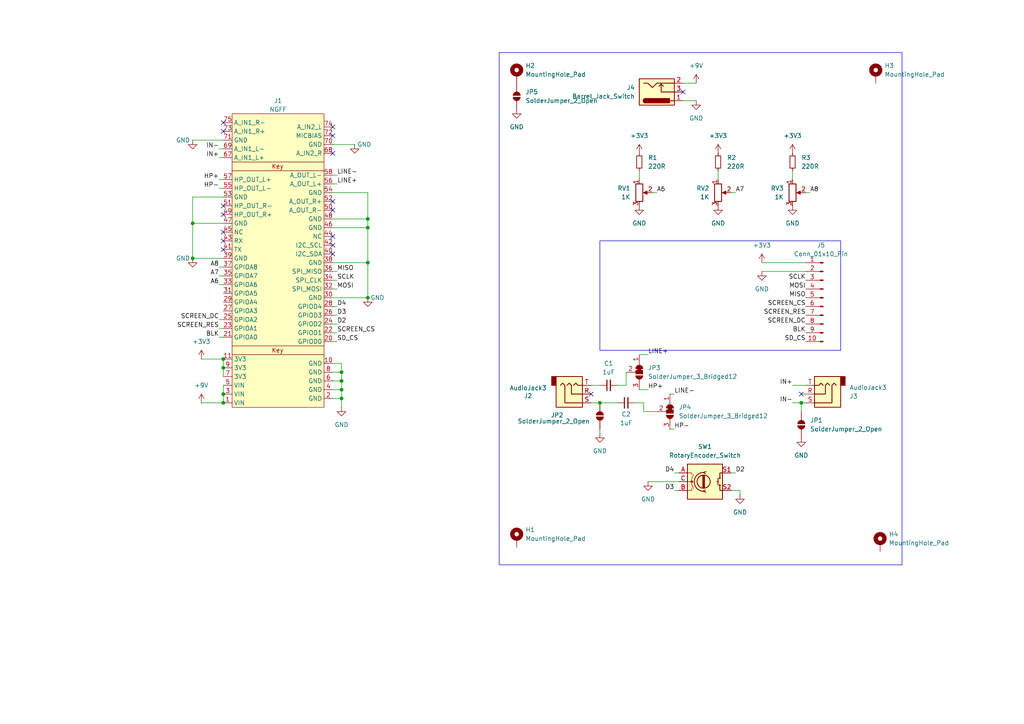
<source format=kicad_sch>
(kicad_sch (version 20231120) (generator "eeschema") (generator_version "8.0")
  (paper "A4")
  (lib_symbols
    (symbol "Connector:Barrel_Jack_Switch" (pin_names hide)
      (property "Reference" "J" (at 0 5.334 0))
      (property "Value" "Barrel_Jack_Switch" (at 0 -5.08 0))
      (symbol "Barrel_Jack_Switch_0_1"
        (rectangle (start -5.08 3.81) (end 5.08 -3.81) (stroke (width 0.254)) (fill (type background)))
        (arc (start -3.302 3.175) (mid -3.9343 2.54) (end -3.302 1.905) (stroke (width 0.254)))
        (arc (start -3.302 3.175) (mid -3.9343 2.54) (end -3.302 1.905) (stroke (width 0.254)) (fill (type outline)))
        (polyline (pts (xy 1.27 -2.286) (xy 1.905 -1.651)) (stroke (width 0.254)))
        (polyline (pts (xy 5.08 2.54) (xy 3.81 2.54)) (stroke (width 0.254)))
        (polyline (pts (xy 5.08 0) (xy 1.27 0) (xy 1.27 -2.286) (xy 0.635 -1.651)) (stroke (width 0.254)))
        (polyline (pts (xy -3.81 -2.54) (xy -2.54 -2.54) (xy -1.27 -1.27) (xy 0 -2.54) (xy 2.54 -2.54) (xy 5.08 -2.54)) (stroke (width 0.254)))
        (rectangle (start 3.683 3.175) (end -3.302 1.905) (stroke (width 0.254)) (fill (type outline)))
      )
      (symbol "Barrel_Jack_Switch_1_1"
        (pin passive line (at 7.62 2.54 180) (length 2.54) (name "~") (number "1"))
        (pin passive line (at 7.62 -2.54 180) (length 2.54) (name "~") (number "2"))
        (pin passive line (at 7.62 0 180) (length 2.54) (name "~") (number "3"))
      )
    )
    (symbol "Connector:Conn_01x10_Pin" (pin_names (offset 1.016) hide)
      (property "Reference" "J" (at 0 12.7 0))
      (property "Value" "Conn_01x10_Pin" (at 0 -15.24 0))
      (symbol "Conn_01x10_Pin_1_1"
        (polyline (pts (xy 1.27 -12.7) (xy 0.8636 -12.7)) (stroke (width 0.1524)))
        (polyline (pts (xy 1.27 -10.16) (xy 0.8636 -10.16)) (stroke (width 0.1524)))
        (polyline (pts (xy 1.27 -7.62) (xy 0.8636 -7.62)) (stroke (width 0.1524)))
        (polyline (pts (xy 1.27 -5.08) (xy 0.8636 -5.08)) (stroke (width 0.1524)))
        (polyline (pts (xy 1.27 -2.54) (xy 0.8636 -2.54)) (stroke (width 0.1524)))
        (polyline (pts (xy 1.27 0) (xy 0.8636 0)) (stroke (width 0.1524)))
        (polyline (pts (xy 1.27 2.54) (xy 0.8636 2.54)) (stroke (width 0.1524)))
        (polyline (pts (xy 1.27 5.08) (xy 0.8636 5.08)) (stroke (width 0.1524)))
        (polyline (pts (xy 1.27 7.62) (xy 0.8636 7.62)) (stroke (width 0.1524)))
        (polyline (pts (xy 1.27 10.16) (xy 0.8636 10.16)) (stroke (width 0.1524)))
        (rectangle (start 0.8636 -12.573) (end 0 -12.827) (stroke (width 0.1524)) (fill (type outline)))
        (rectangle (start 0.8636 -10.033) (end 0 -10.287) (stroke (width 0.1524)) (fill (type outline)))
        (rectangle (start 0.8636 -7.493) (end 0 -7.747) (stroke (width 0.1524)) (fill (type outline)))
        (rectangle (start 0.8636 -4.953) (end 0 -5.207) (stroke (width 0.1524)) (fill (type outline)))
        (rectangle (start 0.8636 -2.413) (end 0 -2.667) (stroke (width 0.1524)) (fill (type outline)))
        (rectangle (start 0.8636 0.127) (end 0 -0.127) (stroke (width 0.1524)) (fill (type outline)))
        (rectangle (start 0.8636 2.667) (end 0 2.413) (stroke (width 0.1524)) (fill (type outline)))
        (rectangle (start 0.8636 5.207) (end 0 4.953) (stroke (width 0.1524)) (fill (type outline)))
        (rectangle (start 0.8636 7.747) (end 0 7.493) (stroke (width 0.1524)) (fill (type outline)))
        (rectangle (start 0.8636 10.287) (end 0 10.033) (stroke (width 0.1524)) (fill (type outline)))
        (pin passive line (at 5.08 10.16 180) (length 3.81) (name "Pin_1") (number "1"))
        (pin passive line (at 5.08 -12.7 180) (length 3.81) (name "Pin_10") (number "10"))
        (pin passive line (at 5.08 7.62 180) (length 3.81) (name "Pin_2") (number "2"))
        (pin passive line (at 5.08 5.08 180) (length 3.81) (name "Pin_3") (number "3"))
        (pin passive line (at 5.08 2.54 180) (length 3.81) (name "Pin_4") (number "4"))
        (pin passive line (at 5.08 0 180) (length 3.81) (name "Pin_5") (number "5"))
        (pin passive line (at 5.08 -2.54 180) (length 3.81) (name "Pin_6") (number "6"))
        (pin passive line (at 5.08 -5.08 180) (length 3.81) (name "Pin_7") (number "7"))
        (pin passive line (at 5.08 -7.62 180) (length 3.81) (name "Pin_8") (number "8"))
        (pin passive line (at 5.08 -10.16 180) (length 3.81) (name "Pin_9") (number "9"))
      )
    )
    (symbol "Connector_Audio:AudioJack3"
      (property "Reference" "J" (at 0 8.89 0))
      (property "Value" "AudioJack3" (at 0 6.35 0))
      (symbol "AudioJack3_0_1"
        (rectangle (start -5.08 -5.08) (end -6.35 -2.54) (stroke (width 0.254)) (fill (type outline)))
        (polyline (pts (xy 0 -2.54) (xy 0.635 -3.175) (xy 1.27 -2.54) (xy 2.54 -2.54)) (stroke (width 0.254)))
        (polyline (pts (xy -1.905 -2.54) (xy -1.27 -3.175) (xy -0.635 -2.54) (xy -0.635 0) (xy 2.54 0)) (stroke (width 0.254)))
        (polyline (pts (xy 2.54 2.54) (xy -2.54 2.54) (xy -2.54 -2.54) (xy -3.175 -3.175) (xy -3.81 -2.54)) (stroke (width 0.254)))
        (rectangle (start 2.54 3.81) (end -5.08 -5.08) (stroke (width 0.254)) (fill (type background)))
      )
      (symbol "AudioJack3_1_1"
        (pin passive line (at 5.08 0 180) (length 2.54) (name "~") (number "R"))
        (pin passive line (at 5.08 2.54 180) (length 2.54) (name "~") (number "S"))
        (pin passive line (at 5.08 -2.54 180) (length 2.54) (name "~") (number "T"))
      )
    )
    (symbol "Device:C_Small" (pin_numbers hide) (pin_names (offset 0.254) hide)
      (property "Reference" "C" (at 0.254 1.778 0))
      (property "Value" "C_Small" (at 0.254 -2.032 0))
      (symbol "C_Small_0_1"
        (polyline (pts (xy -1.524 -0.508) (xy 1.524 -0.508)) (stroke (width 0.3302)))
        (polyline (pts (xy -1.524 0.508) (xy 1.524 0.508)) (stroke (width 0.3048)))
      )
      (symbol "C_Small_1_1"
        (pin passive line (at 0 2.54 270) (length 2.032) (name "~") (number "1"))
        (pin passive line (at 0 -2.54 90) (length 2.032) (name "~") (number "2"))
      )
    )
    (symbol "Device:R_Potentiometer" (pin_names (offset 1.016) hide)
      (property "Reference" "RV" (at -4.445 0 90))
      (property "Value" "R_Potentiometer" (at -2.54 0 90))
      (symbol "R_Potentiometer_0_1"
        (polyline (pts (xy 2.54 0) (xy 1.524 0)))
        (polyline (pts (xy 1.143 0) (xy 2.286 0.508) (xy 2.286 -0.508) (xy 1.143 0)) (fill (type outline)))
        (rectangle (start 1.016 2.54) (end -1.016 -2.54) (stroke (width 0.254)))
      )
      (symbol "R_Potentiometer_1_1"
        (pin passive line (at 0 3.81 270) (length 1.27) (name "1") (number "1"))
        (pin passive line (at 3.81 0 180) (length 1.27) (name "2") (number "2"))
        (pin passive line (at 0 -3.81 90) (length 1.27) (name "3") (number "3"))
      )
    )
    (symbol "Device:R_Small" (pin_numbers hide) (pin_names (offset 0.254) hide)
      (property "Reference" "R" (at 0.762 0.508 0))
      (property "Value" "R_Small" (at 0.762 -1.016 0))
      (symbol "R_Small_0_1"
        (rectangle (start -0.762 1.778) (end 0.762 -1.778) (stroke (width 0.2032)))
      )
      (symbol "R_Small_1_1"
        (pin passive line (at 0 2.54 270) (length 0.762) (name "~") (number "1"))
        (pin passive line (at 0 -2.54 90) (length 0.762) (name "~") (number "2"))
      )
    )
    (symbol "Device:RotaryEncoder_Switch" (pin_names (offset 0.254) hide)
      (property "Reference" "SW" (at 0 6.604 0))
      (property "Value" "RotaryEncoder_Switch" (at 0 -6.604 0))
      (symbol "RotaryEncoder_Switch_0_1"
        (rectangle (start -5.08 5.08) (end 5.08 -5.08) (stroke (width 0.254)) (fill (type background)))
        (circle (center -3.81 0) (radius 0.254) (fill (type outline)))
        (circle (center -0.381 0) (radius 1.905) (stroke (width 0.254)))
        (arc (start -0.381 2.667) (mid -3.0988 -0.0635) (end -0.381 -2.794) (stroke (width 0.254)))
        (polyline (pts (xy -0.635 -1.778) (xy -0.635 1.778)) (stroke (width 0.254)))
        (polyline (pts (xy -0.381 -1.778) (xy -0.381 1.778)) (stroke (width 0.254)))
        (polyline (pts (xy -0.127 1.778) (xy -0.127 -1.778)) (stroke (width 0.254)))
        (polyline (pts (xy 3.81 0) (xy 3.429 0)) (stroke (width 0.254)))
        (polyline (pts (xy 3.81 1.016) (xy 3.81 -1.016)) (stroke (width 0.254)))
        (polyline (pts (xy -5.08 -2.54) (xy -3.81 -2.54) (xy -3.81 -2.032)))
        (polyline (pts (xy -5.08 2.54) (xy -3.81 2.54) (xy -3.81 2.032)))
        (polyline (pts (xy 0.254 -3.048) (xy -0.508 -2.794) (xy 0.127 -2.413)) (stroke (width 0.254)))
        (polyline (pts (xy 0.254 2.921) (xy -0.508 2.667) (xy 0.127 2.286)) (stroke (width 0.254)))
        (polyline (pts (xy 5.08 -2.54) (xy 4.318 -2.54) (xy 4.318 -1.016)) (stroke (width 0.254)))
        (polyline (pts (xy 5.08 2.54) (xy 4.318 2.54) (xy 4.318 1.016)) (stroke (width 0.254)))
        (polyline (pts (xy -5.08 0) (xy -3.81 0) (xy -3.81 -1.016) (xy -3.302 -2.032)))
        (polyline (pts (xy -4.318 0) (xy -3.81 0) (xy -3.81 1.016) (xy -3.302 2.032)))
        (circle (center 4.318 -1.016) (radius 0.127) (stroke (width 0.254)))
        (circle (center 4.318 1.016) (radius 0.127) (stroke (width 0.254)))
      )
      (symbol "RotaryEncoder_Switch_1_1"
        (pin passive line (at -7.62 2.54 0) (length 2.54) (name "A") (number "A"))
        (pin passive line (at -7.62 -2.54 0) (length 2.54) (name "B") (number "B"))
        (pin passive line (at -7.62 0 0) (length 2.54) (name "C") (number "C"))
        (pin passive line (at 7.62 2.54 180) (length 2.54) (name "S1") (number "S1"))
        (pin passive line (at 7.62 -2.54 180) (length 2.54) (name "S2") (number "S2"))
      )
    )
    (symbol "HypersonicLib:NGFF"
      (property "Reference" "J" (at -0.254 46.228 0))
      (symbol "NGFF_1_1"
        (rectangle (start -13.97 41.91) (end 12.7 -43.18) (fill (type background)))
        (polyline (pts (xy -13.97 -27.94) (xy 12.7 -27.94)))
        (polyline (pts (xy -13.97 -25.4) (xy 12.7 -25.4)))
        (polyline (pts (xy -13.97 27.94) (xy 12.7 27.94)))
        (polyline (pts (xy 12.7 25.4) (xy -6.35 25.4) (xy -13.97 25.4)))
        (text "Key" (at -0.762 -26.67 0) (effects (font (size 1.27 1.27))))
        (text "Key" (at -0.762 26.67 0) (effects (font (size 1.27 1.27))))
        (pin bidirectional line (at -16.51 -41.91 0) (length 2.54) (name "VIN") (number "1"))
        (pin bidirectional line (at 15.24 -30.48 180) (length 2.54) (name "GND") (number "10"))
        (pin bidirectional line (at -16.51 -29.21 0) (length 2.54) (name "3V3") (number "11"))
        (pin bidirectional line (at 15.24 -40.64 180) (length 2.54) (name "GND") (number "2"))
        (pin bidirectional line (at 15.24 -24.13 180) (length 2.54) (name "GPIOD0") (number "20"))
        (pin bidirectional line (at -16.51 -22.86 0) (length 2.54) (name "GPIOA0") (number "21"))
        (pin bidirectional line (at 15.24 -21.59 180) (length 2.54) (name "GPIOD1") (number "22"))
        (pin bidirectional line (at -16.51 -20.32 0) (length 2.54) (name "GPIOA1") (number "23"))
        (pin bidirectional line (at 15.24 -19.05 180) (length 2.54) (name "GPIOD2") (number "24"))
        (pin bidirectional line (at -16.51 -17.78 0) (length 2.54) (name "GPIOA2") (number "25"))
        (pin bidirectional line (at 15.24 -16.51 180) (length 2.54) (name "GPIOD3") (number "26"))
        (pin bidirectional line (at -16.51 -15.24 0) (length 2.54) (name "GPIOA3") (number "27"))
        (pin bidirectional line (at 15.24 -13.97 180) (length 2.54) (name "GPIOD4") (number "28"))
        (pin bidirectional line (at -16.51 -12.7 0) (length 2.54) (name "GPIOA4") (number "29"))
        (pin bidirectional line (at -16.51 -39.37 0) (length 2.54) (name "VIN") (number "3"))
        (pin bidirectional line (at 15.24 -11.43 180) (length 2.54) (name "GND") (number "30"))
        (pin bidirectional line (at -16.51 -10.16 0) (length 2.54) (name "GPIOA5") (number "31"))
        (pin bidirectional line (at 15.24 -8.89 180) (length 2.54) (name "SPI_MOSI") (number "32"))
        (pin bidirectional line (at -16.51 -7.62 0) (length 2.54) (name "GPIOA6") (number "33"))
        (pin bidirectional line (at 15.24 -6.35 180) (length 2.54) (name "SPI_CLK") (number "34"))
        (pin bidirectional line (at -16.51 -5.08 0) (length 2.54) (name "GPIOA7") (number "35"))
        (pin bidirectional line (at 15.24 -3.81 180) (length 2.54) (name "SPI_MISO") (number "36"))
        (pin bidirectional line (at -16.51 -2.54 0) (length 2.54) (name "GPIOA8") (number "37"))
        (pin bidirectional line (at 15.24 -1.27 180) (length 2.54) (name "GND") (number "38"))
        (pin bidirectional line (at -16.51 0 0) (length 2.54) (name "GND") (number "39"))
        (pin bidirectional line (at 15.24 -38.1 180) (length 2.54) (name "GND") (number "4"))
        (pin bidirectional line (at 15.24 1.27 180) (length 2.54) (name "I2C_SDA") (number "40"))
        (pin bidirectional line (at -16.51 2.54 0) (length 2.54) (name "TX") (number "41"))
        (pin bidirectional line (at 15.24 3.81 180) (length 2.54) (name "I2C_SCL") (number "42"))
        (pin bidirectional line (at -16.51 5.08 0) (length 2.54) (name "RX") (number "43"))
        (pin bidirectional line (at 15.24 6.35 180) (length 2.54) (name "NC") (number "44"))
        (pin bidirectional line (at -16.51 7.62 0) (length 2.54) (name "NC") (number "45"))
        (pin bidirectional line (at 15.24 8.89 180) (length 2.54) (name "GND") (number "46"))
        (pin bidirectional line (at -16.51 10.16 0) (length 2.54) (name "GND") (number "47"))
        (pin bidirectional line (at 15.24 11.43 180) (length 2.54) (name "GND") (number "48"))
        (pin bidirectional line (at -16.51 12.7 0) (length 2.54) (name "HP_OUT_R+") (number "49"))
        (pin bidirectional line (at -16.51 -36.83 0) (length 2.54) (name "VIN") (number "5"))
        (pin bidirectional line (at 15.24 13.97 180) (length 2.54) (name "A_OUT_R-") (number "50"))
        (pin bidirectional line (at -16.51 15.24 0) (length 2.54) (name "HP_OUT_R-") (number "51"))
        (pin bidirectional line (at 15.24 16.51 180) (length 2.54) (name "A_OUT_R+") (number "52"))
        (pin bidirectional line (at -16.51 17.78 0) (length 2.54) (name "GND") (number "53"))
        (pin bidirectional line (at 15.24 19.05 180) (length 2.54) (name "GND") (number "54"))
        (pin bidirectional line (at -16.51 20.32 0) (length 2.54) (name "HP_OUT_L-") (number "55"))
        (pin bidirectional line (at 15.24 21.59 180) (length 2.54) (name "A_OUT_L+") (number "56"))
        (pin bidirectional line (at -16.51 22.86 0) (length 2.54) (name "HP_OUT_L+") (number "57"))
        (pin bidirectional line (at 15.24 24.13 180) (length 2.54) (name "A_OUT_L-") (number "58"))
        (pin bidirectional line (at 15.24 -35.56 180) (length 2.54) (name "GND") (number "6"))
        (pin bidirectional line (at -16.51 29.21 0) (length 2.54) (name "A_IN1_L+") (number "67"))
        (pin bidirectional line (at 15.24 30.48 180) (length 2.54) (name "A_IN2_R") (number "68"))
        (pin bidirectional line (at -16.51 31.75 0) (length 2.54) (name "A_IN1_L-") (number "69"))
        (pin bidirectional line (at -16.51 -34.29 0) (length 2.54) (name "3V3") (number "7"))
        (pin bidirectional line (at 15.24 33.02 180) (length 2.54) (name "GND") (number "70"))
        (pin bidirectional line (at -16.51 34.29 0) (length 2.54) (name "GND") (number "71"))
        (pin bidirectional line (at 15.24 35.56 180) (length 2.54) (name "MICBIAS") (number "72"))
        (pin bidirectional line (at -16.51 36.83 0) (length 2.54) (name "A_IN1_R+") (number "73"))
        (pin bidirectional line (at 15.24 38.1 180) (length 2.54) (name "A_IN2_L") (number "74"))
        (pin bidirectional line (at -16.51 39.37 0) (length 2.54) (name "A_IN1_R-") (number "75"))
        (pin bidirectional line (at 15.24 -33.02 180) (length 2.54) (name "GND") (number "8"))
        (pin bidirectional line (at -16.51 -31.75 0) (length 2.54) (name "3V3") (number "9"))
      )
    )
    (symbol "Jumper:SolderJumper_2_Open" (pin_numbers hide) (pin_names (offset 0) hide) (exclude_from_sim yes) (in_bom no)
      (property "Reference" "JP" (at 0 2.032 0))
      (property "Value" "SolderJumper_2_Open" (at 0 -2.54 0))
      (symbol "SolderJumper_2_Open_0_1"
        (arc (start -0.254 1.016) (mid -1.2656 0) (end -0.254 -1.016))
        (arc (start -0.254 1.016) (mid -1.2656 0) (end -0.254 -1.016) (fill (type outline)))
        (polyline (pts (xy -0.254 1.016) (xy -0.254 -1.016)))
        (polyline (pts (xy 0.254 1.016) (xy 0.254 -1.016)))
        (arc (start 0.254 -1.016) (mid 1.2656 0) (end 0.254 1.016))
        (arc (start 0.254 -1.016) (mid 1.2656 0) (end 0.254 1.016) (fill (type outline)))
      )
      (symbol "SolderJumper_2_Open_1_1"
        (pin passive line (at -3.81 0 0) (length 2.54) (name "A") (number "1"))
        (pin passive line (at 3.81 0 180) (length 2.54) (name "B") (number "2"))
      )
    )
    (symbol "Jumper:SolderJumper_3_Bridged12" (pin_names (offset 0) hide) (exclude_from_sim yes) (in_bom no)
      (property "Reference" "JP" (at -2.54 -2.54 0))
      (property "Value" "SolderJumper_3_Bridged12" (at 0 2.794 0))
      (symbol "SolderJumper_3_Bridged12_0_1"
        (rectangle (start -1.016 0.508) (end -0.508 -0.508) (fill (type outline)))
        (arc (start -1.016 1.016) (mid -2.0276 0) (end -1.016 -1.016))
        (arc (start -1.016 1.016) (mid -2.0276 0) (end -1.016 -1.016) (fill (type outline)))
        (rectangle (start -0.508 1.016) (end 0.508 -1.016) (fill (type outline)))
        (polyline (pts (xy -2.54 0) (xy -2.032 0)))
        (polyline (pts (xy -1.016 1.016) (xy -1.016 -1.016)))
        (polyline (pts (xy 0 -1.27) (xy 0 -1.016)))
        (polyline (pts (xy 1.016 1.016) (xy 1.016 -1.016)))
        (polyline (pts (xy 2.54 0) (xy 2.032 0)))
        (arc (start 1.016 -1.016) (mid 2.0276 0) (end 1.016 1.016))
        (arc (start 1.016 -1.016) (mid 2.0276 0) (end 1.016 1.016) (fill (type outline)))
      )
      (symbol "SolderJumper_3_Bridged12_1_1"
        (pin passive line (at -5.08 0 0) (length 2.54) (name "A") (number "1"))
        (pin passive line (at 0 -3.81 90) (length 2.54) (name "C") (number "2"))
        (pin passive line (at 5.08 0 180) (length 2.54) (name "B") (number "3"))
      )
    )
    (symbol "Mechanical:MountingHole_Pad" (pin_numbers hide) (pin_names (offset 1.016) hide) (exclude_from_sim yes) (in_bom no)
      (property "Reference" "H" (at 0 6.35 0))
      (property "Value" "MountingHole_Pad" (at 0 4.445 0))
      (symbol "MountingHole_Pad_0_1"
        (circle (center 0 1.27) (radius 1.27) (stroke (width 1.27)))
      )
      (symbol "MountingHole_Pad_1_1"
        (pin input line (at 0 -2.54 90) (length 2.54) (name "1") (number "1"))
      )
    )
    (symbol "power:+3V3" (power) (pin_numbers hide) (pin_names (offset 0) hide)
      (property "Value" "+3V3" (at 0 3.556 0))
      (symbol "+3V3_0_1"
        (polyline (pts (xy -0.762 1.27) (xy 0 2.54)))
        (polyline (pts (xy 0 0) (xy 0 2.54)))
        (polyline (pts (xy 0 2.54) (xy 0.762 1.27)))
      )
      (symbol "+3V3_1_1"
        (pin power_in line (at 0 0 90) (length 0) (name "~") (number "1"))
      )
    )
    (symbol "power:+9V" (power) (pin_numbers hide) (pin_names (offset 0) hide)
      (property "Value" "+9V" (at 0 3.556 0))
      (symbol "+9V_0_1"
        (polyline (pts (xy -0.762 1.27) (xy 0 2.54)))
        (polyline (pts (xy 0 0) (xy 0 2.54)))
        (polyline (pts (xy 0 2.54) (xy 0.762 1.27)))
      )
      (symbol "+9V_1_1"
        (pin power_in line (at 0 0 90) (length 0) (name "~") (number "1"))
      )
    )
    (symbol "power:GND" (power) (pin_numbers hide) (pin_names (offset 0) hide)
      (property "Value" "GND" (at 0 -3.81 0))
      (symbol "GND_0_1"
        (polyline (pts (xy 0 0) (xy 0 -1.27) (xy 1.27 -1.27) (xy 0 -2.54) (xy -1.27 -1.27) (xy 0 -1.27)))
      )
      (symbol "GND_1_1"
        (pin power_in line (at 0 0 270) (length 0) (name "~") (number "1"))
      )
    )
  )
  (junction (at 106.68 86.36))
  (junction (at 64.77 106.68))
  (junction (at 173.99 116.84))
  (junction (at 99.06 113.03))
  (junction (at 64.77 104.14))
  (junction (at 99.06 107.95))
  (junction (at 232.41 116.84))
  (junction (at 64.77 116.84))
  (junction (at 106.68 66.04))
  (junction (at 99.06 110.49))
  (junction (at 64.77 114.3))
  (junction (at 106.68 63.5))
  (junction (at 55.88 74.93))
  (junction (at 55.88 64.77))
  (junction (at 99.06 115.57))
  (junction (at 106.68 76.2))
  (no_connect (at 232.41 114.3))
  (no_connect (at 64.77 59.69))
  (no_connect (at 198.12 26.67))
  (no_connect (at 96.52 58.42))
  (no_connect (at 64.77 67.31))
  (no_connect (at 96.52 60.96))
  (no_connect (at 64.77 72.39))
  (no_connect (at 171.45 114.3))
  (no_connect (at 64.77 69.85))
  (no_connect (at 96.52 44.45))
  (no_connect (at 64.77 38.1))
  (no_connect (at 96.52 71.12))
  (no_connect (at 96.52 36.83))
  (no_connect (at 96.52 73.66))
  (no_connect (at 96.52 39.37))
  (no_connect (at 64.77 35.56))
  (no_connect (at 64.77 62.23))
  (no_connect (at 96.52 68.58))
  (wire (pts (xy 171.45 116.84) (xy 173.99 116.84)))
  (wire (pts (xy 97.79 50.8) (xy 96.52 50.8)))
  (wire (pts (xy 195.58 142.24) (xy 196.85 142.24)))
  (wire (pts (xy 96.52 115.57) (xy 99.06 115.57)))
  (wire (pts (xy 212.09 142.24) (xy 214.63 142.24)))
  (wire (pts (xy 55.88 74.93) (xy 55.88 64.77)))
  (wire (pts (xy 96.52 105.41) (xy 99.06 105.41)))
  (wire (pts (xy 96.52 41.91) (xy 102.87 41.91)))
  (wire (pts (xy 106.68 55.88) (xy 106.68 63.5)))
  (wire (pts (xy 63.5 95.25) (xy 64.77 95.25)))
  (wire (pts (xy 198.12 29.21) (xy 201.93 29.21)))
  (wire (pts (xy 96.52 66.04) (xy 106.68 66.04)))
  (wire (pts (xy 97.79 53.34) (xy 96.52 53.34)))
  (wire (pts (xy 185.42 102.87) (xy 187.96 102.87)))
  (wire (pts (xy 173.99 124.46) (xy 173.99 125.73)))
  (wire (pts (xy 232.41 119.38) (xy 232.41 116.84)))
  (wire (pts (xy 97.79 88.9) (xy 96.52 88.9)))
  (wire (pts (xy 55.88 64.77) (xy 64.77 64.77)))
  (wire (pts (xy 58.42 116.84) (xy 64.77 116.84)))
  (wire (pts (xy 220.98 78.74) (xy 233.68 78.74)))
  (wire (pts (xy 96.52 63.5) (xy 106.68 63.5)))
  (wire (pts (xy 99.06 115.57) (xy 99.06 118.11)))
  (wire (pts (xy 63.5 80.01) (xy 64.77 80.01)))
  (wire (pts (xy 63.5 45.72) (xy 64.77 45.72)))
  (wire (pts (xy 99.06 105.41) (xy 99.06 107.95)))
  (wire (pts (xy 96.52 55.88) (xy 106.68 55.88)))
  (wire (pts (xy 190.5 55.88) (xy 189.23 55.88)))
  (wire (pts (xy 63.5 77.47) (xy 64.77 77.47)))
  (wire (pts (xy 96.52 76.2) (xy 106.68 76.2)))
  (wire (pts (xy 195.58 137.16) (xy 196.85 137.16)))
  (wire (pts (xy 96.52 91.44) (xy 97.79 91.44)))
  (wire (pts (xy 173.99 116.84) (xy 179.07 116.84)))
  (wire (pts (xy 97.79 99.06) (xy 96.52 99.06)))
  (wire (pts (xy 55.88 57.15) (xy 64.77 57.15)))
  (wire (pts (xy 96.52 96.52) (xy 97.79 96.52)))
  (wire (pts (xy 96.52 83.82) (xy 97.79 83.82)))
  (wire (pts (xy 208.28 49.53) (xy 208.28 52.07)))
  (wire (pts (xy 106.68 76.2) (xy 106.68 66.04)))
  (wire (pts (xy 186.69 116.84) (xy 184.15 116.84)))
  (wire (pts (xy 186.69 119.38) (xy 190.5 119.38)))
  (wire (pts (xy 187.96 139.7) (xy 196.85 139.7)))
  (wire (pts (xy 64.77 114.3) (xy 64.77 116.84)))
  (wire (pts (xy 64.77 111.76) (xy 64.77 114.3)))
  (wire (pts (xy 229.87 116.84) (xy 232.41 116.84)))
  (wire (pts (xy 99.06 110.49) (xy 99.06 113.03)))
  (wire (pts (xy 63.5 97.79) (xy 64.77 97.79)))
  (wire (pts (xy 185.42 49.53) (xy 185.42 52.07)))
  (wire (pts (xy 63.5 82.55) (xy 64.77 82.55)))
  (wire (pts (xy 63.5 54.61) (xy 64.77 54.61)))
  (wire (pts (xy 220.98 76.2) (xy 233.68 76.2)))
  (wire (pts (xy 195.58 114.3) (xy 194.31 114.3)))
  (wire (pts (xy 96.52 93.98) (xy 97.79 93.98)))
  (wire (pts (xy 99.06 107.95) (xy 99.06 110.49)))
  (wire (pts (xy 96.52 107.95) (xy 99.06 107.95)))
  (wire (pts (xy 96.52 113.03) (xy 99.06 113.03)))
  (wire (pts (xy 232.41 116.84) (xy 233.68 116.84)))
  (wire (pts (xy 198.12 24.13) (xy 201.93 24.13)))
  (wire (pts (xy 179.07 111.76) (xy 181.61 111.76)))
  (wire (pts (xy 232.41 114.3) (xy 233.68 114.3)))
  (wire (pts (xy 213.36 137.16) (xy 212.09 137.16)))
  (wire (pts (xy 55.88 57.15) (xy 55.88 64.77)))
  (wire (pts (xy 58.42 104.14) (xy 64.77 104.14)))
  (wire (pts (xy 234.95 55.88) (xy 233.68 55.88)))
  (wire (pts (xy 63.5 52.07) (xy 64.77 52.07)))
  (wire (pts (xy 171.45 111.76) (xy 173.99 111.76)))
  (wire (pts (xy 96.52 86.36) (xy 106.68 86.36)))
  (wire (pts (xy 63.5 92.71) (xy 64.77 92.71)))
  (wire (pts (xy 106.68 63.5) (xy 106.68 66.04)))
  (wire (pts (xy 96.52 110.49) (xy 99.06 110.49)))
  (wire (pts (xy 181.61 111.76) (xy 181.61 107.95)))
  (wire (pts (xy 229.87 111.76) (xy 233.68 111.76)))
  (wire (pts (xy 55.88 74.93) (xy 64.77 74.93)))
  (wire (pts (xy 185.42 113.03) (xy 187.96 113.03)))
  (wire (pts (xy 63.5 43.18) (xy 64.77 43.18)))
  (wire (pts (xy 99.06 113.03) (xy 99.06 115.57)))
  (wire (pts (xy 64.77 104.14) (xy 64.77 106.68)))
  (wire (pts (xy 64.77 106.68) (xy 64.77 109.22)))
  (wire (pts (xy 186.69 116.84) (xy 186.69 119.38)))
  (wire (pts (xy 195.58 124.46) (xy 194.31 124.46)))
  (wire (pts (xy 213.36 55.88) (xy 212.09 55.88)))
  (wire (pts (xy 96.52 78.74) (xy 97.79 78.74)))
  (wire (pts (xy 55.88 40.64) (xy 64.77 40.64)))
  (wire (pts (xy 96.52 81.28) (xy 97.79 81.28)))
  (wire (pts (xy 229.87 49.53) (xy 229.87 52.07)))
  (wire (pts (xy 214.63 142.24) (xy 214.63 143.51)))
  (wire (pts (xy 106.68 86.36) (xy 106.68 76.2)))
  (rectangle (start 144.78 15.24) (end 261.62 163.83))
  (rectangle (start 173.99 69.85) (end 243.84 101.6))
  (label "D3" (at 195.58 142.24 180))
  (label "A8" (at 234.95 55.88 0))
  (label "LINE+" (at 97.79 53.34 0))
  (label "SCREEN_DC" (at 233.68 93.98 180))
  (label "SD_CS" (at 233.68 99.06 180))
  (label "D2" (at 97.79 93.98 0))
  (label "HP+" (at 187.96 113.03 0))
  (label "HP-" (at 63.5 54.61 180))
  (label "BLK" (at 63.5 97.79 180))
  (label "D2" (at 213.36 137.16 0))
  (label "SCREEN_CS" (at 233.68 88.9 180))
  (label "HP-" (at 195.58 124.46 0))
  (label "D4" (at 195.58 137.16 180))
  (label "SCREEN_CS" (at 97.79 96.52 0))
  (label "A6" (at 190.5 55.88 0))
  (label "A8" (at 63.5 77.47 180))
  (label "LINE+" (at 187.96 102.87 0))
  (label "LINE-" (at 195.58 114.3 0))
  (label "MISO" (at 233.68 86.36 180))
  (label "HP+" (at 63.5 52.07 180))
  (label "D3" (at 97.79 91.44 0))
  (label "SCREEN_RES" (at 233.68 91.44 180))
  (label "SCREEN_RES" (at 63.5 95.25 180))
  (label "A7" (at 63.5 80.01 180))
  (label "SD_CS" (at 97.79 99.06 0))
  (label "MOSI" (at 233.68 83.82 180))
  (label "IN-" (at 229.87 116.84 180))
  (label "BLK" (at 233.68 96.52 180))
  (label "IN-" (at 63.5 43.18 180))
  (label "A7" (at 213.36 55.88 0))
  (label "SCLK" (at 233.68 81.28 180))
  (label "SCLK" (at 97.79 81.28 0))
  (label "A6" (at 63.5 82.55 180))
  (label "IN+" (at 229.87 111.76 180))
  (label "MISO" (at 97.79 78.74 0))
  (label "SCREEN_DC" (at 63.5 92.71 180))
  (label "MOSI" (at 97.79 83.82 0))
  (label "LINE-" (at 97.79 50.8 0))
  (label "D4" (at 97.79 88.9 0))
  (label "IN+" (at 63.5 45.72 180))
  (symbol (lib_id "power:+3V3") (at 220.98 76.2 0) (unit 1)
    (property "Reference" "#PWR019" (effects (hide yes)))
    (property "Value" "+3V3" (at 220.98 71.12 0))
    (property "Description" "Power symbol creates a global label with name \"+3V3\"" (effects (hide yes)))
  )
  (symbol (lib_id "power:GND") (at 55.88 74.93 0) (unit 1)
    (property "Reference" "#PWR016" (effects (hide yes)))
    (property "Value" "GND" (at 53.086 74.93 0))
    (property "Description" "Power symbol creates a global label with name \"GND\" , ground" (effects (hide yes)))
  )
  (symbol (lib_id "power:+3V3") (at 58.42 104.14 0) (unit 1)
    (property "Reference" "#PWR02" (effects (hide yes)))
    (property "Value" "+3V3" (at 58.42 99.06 0))
    (property "Description" "Power symbol creates a global label with name \"+3V3\"" (effects (hide yes)))
  )
  (symbol (lib_id "Mechanical:MountingHole_Pad") (at 149.86 156.21 0) (unit 1) (exclude_from_sim yes) (in_bom no)
    (property "Reference" "H1" (at 152.4 153.6699 0) (effects (justify left)))
    (property "Value" "MountingHole_Pad" (at 152.4 156.2099 0) (effects (justify left)))
    (property "Footprint" "MountingHole:MountingHole_2.2mm_M2_Pad_Via" (effects (hide yes)))
    (property "Description" "Mounting Hole with connection" (effects (hide yes)))
  )
  (symbol (lib_id "Device:R_Small") (at 208.28 46.99 0) (unit 1)
    (property "Reference" "R2" (at 210.82 45.7199 0) (effects (justify left)))
    (property "Value" "220R" (at 210.82 48.2599 0) (effects (justify left)))
    (property "Footprint" "Resistor_SMD:R_0603_1608Metric" (effects (hide yes)))
    (property "Description" "Resistor, small symbol" (effects (hide yes)))
  )
  (symbol (lib_id "power:GND") (at 102.87 41.91 0) (mirror y) (unit 1)
    (property "Reference" "#PWR015" (effects (hide yes)))
    (property "Value" "GND" (at 105.664 41.91 0))
    (property "Description" "Power symbol creates a global label with name \"GND\" , ground" (effects (hide yes)))
  )
  (symbol (lib_id "Mechanical:MountingHole_Pad") (at 255.27 157.48 0) (unit 1) (exclude_from_sim yes) (in_bom no)
    (property "Reference" "H4" (at 257.81 154.9399 0) (effects (justify left)))
    (property "Value" "MountingHole_Pad" (at 257.81 157.4799 0) (effects (justify left)))
    (property "Footprint" "MountingHole:MountingHole_2.2mm_M2_Pad_Via" (effects (hide yes)))
    (property "Description" "Mounting Hole with connection" (effects (hide yes)))
  )
  (symbol (lib_id "Jumper:SolderJumper_2_Open") (at 232.41 123.19 90) (unit 1) (exclude_from_sim yes) (in_bom no)
    (property "Reference" "JP1" (at 234.95 121.9199 90) (effects (justify right)))
    (property "Value" "SolderJumper_2_Open" (at 234.95 124.4599 90) (effects (justify right)))
    (property "Footprint" "Jumper:SolderJumper-2_P1.3mm_Open_TrianglePad1.0x1.5mm" (effects (hide yes)))
    (property "Description" "Solder Jumper, 2-pole, open" (effects (hide yes)))
  )
  (symbol (lib_id "power:+9V") (at 201.93 24.13 0) (unit 1)
    (property "Reference" "#PWR05" (effects (hide yes)))
    (property "Value" "+9V" (at 201.93 19.05 0))
    (property "Description" "Power symbol creates a global label with name \"+9V\"" (effects (hide yes)))
  )
  (symbol (lib_id "power:GND") (at 149.86 31.75 0) (unit 1)
    (property "Reference" "#PWR022" (effects (hide yes)))
    (property "Value" "GND" (at 149.86 36.83 0))
    (property "Description" "Power symbol creates a global label with name \"GND\" , ground" (effects (hide yes)))
  )
  (symbol (lib_id "power:GND") (at 232.41 127 0) (unit 1)
    (property "Reference" "#PWR018" (effects (hide yes)))
    (property "Value" "GND" (at 232.41 132.08 0))
    (property "Description" "Power symbol creates a global label with name \"GND\" , ground" (effects (hide yes)))
  )
  (symbol (lib_id "HypersonicLib:NGFF") (at 81.28 74.93 0) (unit 1)
    (property "Reference" "J1" (at 80.645 29.21 0))
    (property "Value" "NGFF" (at 80.645 31.75 0))
    (property "Footprint" "FPlib:TE_2199119-1" (effects (hide yes)))
  )
  (symbol (lib_id "Jumper:SolderJumper_3_Bridged12") (at 185.42 107.95 270) (unit 1) (exclude_from_sim yes) (in_bom no)
    (property "Reference" "JP3" (at 187.96 106.6799 90) (effects (justify left)))
    (property "Value" "SolderJumper_3_Bridged12" (at 187.96 109.2199 90) (effects (justify left)))
    (property "Footprint" "Jumper:SolderJumper-3_P1.3mm_Bridged12_RoundedPad1.0x1.5mm" (effects (hide yes)))
    (property "Description" "3-pole Solder Jumper, pins 1+2 closed/bridged" (effects (hide yes)))
  )
  (symbol (lib_id "Device:R_Potentiometer") (at 185.42 55.88 0) (unit 1)
    (property "Reference" "RV1" (at 182.88 54.6099 0) (effects (justify right)))
    (property "Value" "1K" (at 182.88 57.1499 0) (effects (justify right)))
    (property "Footprint" "Potentiometer_THT:Potentiometer_Bourns_PTV09A-1_Single_Vertical" (effects (hide yes)))
    (property "Description" "Potentiometer" (effects (hide yes)))
  )
  (symbol (lib_id "Device:C_Small") (at 176.53 111.76 90) (unit 1)
    (property "Reference" "C1" (at 176.5363 105.41 90))
    (property "Value" "1uF" (at 176.5363 107.95 90))
    (property "Footprint" "Capacitor_THT:C_Rect_L18.0mm_W8.0mm_P15.00mm_FKS3_FKP3" (effects (hide yes)))
    (property "Description" "Unpolarized capacitor, small symbol" (effects (hide yes)))
  )
  (symbol (lib_id "power:+3V3") (at 208.28 44.45 0) (unit 1)
    (property "Reference" "#PWR07" (effects (hide yes)))
    (property "Value" "+3V3" (at 208.28 39.37 0))
    (property "Description" "Power symbol creates a global label with name \"+3V3\"" (effects (hide yes)))
  )
  (symbol (lib_id "power:GND") (at 55.88 40.64 0) (unit 1)
    (property "Reference" "#PWR014" (effects (hide yes)))
    (property "Value" "GND" (at 53.086 40.64 0))
    (property "Description" "Power symbol creates a global label with name \"GND\" , ground" (effects (hide yes)))
  )
  (symbol (lib_id "Connector:Conn_01x10_Pin") (at 238.76 86.36 0) (mirror y) (unit 1)
    (property "Reference" "J5" (at 238.125 71.12 0))
    (property "Value" "Conn_01x10_Pin" (at 238.125 73.66 0))
    (property "Footprint" "PedalLib:DFROBOT_TFT_1_8" (effects (hide yes)))
    (property "Description" "Generic connector, single row, 01x10, script generated" (effects (hide yes)))
  )
  (symbol (lib_id "Jumper:SolderJumper_3_Bridged12") (at 194.31 119.38 270) (unit 1) (exclude_from_sim yes) (in_bom no)
    (property "Reference" "JP4" (at 196.85 118.1099 90) (effects (justify left)))
    (property "Value" "SolderJumper_3_Bridged12" (at 196.85 120.6499 90) (effects (justify left)))
    (property "Footprint" "Jumper:SolderJumper-3_P1.3mm_Bridged12_RoundedPad1.0x1.5mm" (effects (hide yes)))
    (property "Description" "3-pole Solder Jumper, pins 1+2 closed/bridged" (effects (hide yes)))
  )
  (symbol (lib_id "power:GND") (at 220.98 78.74 0) (unit 1)
    (property "Reference" "#PWR020" (effects (hide yes)))
    (property "Value" "GND" (at 220.98 83.82 0))
    (property "Description" "Power symbol creates a global label with name \"GND\" , ground" (effects (hide yes)))
  )
  (symbol (lib_id "power:GND") (at 229.87 59.69 0) (unit 1)
    (property "Reference" "#PWR011" (effects (hide yes)))
    (property "Value" "GND" (at 229.87 64.77 0))
    (property "Description" "Power symbol creates a global label with name \"GND\" , ground" (effects (hide yes)))
  )
  (symbol (lib_id "Mechanical:MountingHole_Pad") (at 254 21.59 0) (mirror y) (unit 1) (exclude_from_sim yes) (in_bom no)
    (property "Reference" "H3" (at 256.54 19.0499 0) (effects (justify right)))
    (property "Value" "MountingHole_Pad" (at 256.54 21.5899 0) (effects (justify right)))
    (property "Footprint" "MountingHole:MountingHole_2.2mm_M2_Pad_Via" (effects (hide yes)))
    (property "Description" "Mounting Hole with connection" (effects (hide yes)))
  )
  (symbol (lib_id "Device:R_Small") (at 229.87 46.99 0) (unit 1)
    (property "Reference" "R3" (at 232.41 45.7199 0) (effects (justify left)))
    (property "Value" "220R" (at 232.41 48.2599 0) (effects (justify left)))
    (property "Footprint" "Resistor_SMD:R_0603_1608Metric" (effects (hide yes)))
    (property "Description" "Resistor, small symbol" (effects (hide yes)))
  )
  (symbol (lib_id "power:GND") (at 214.63 143.51 0) (unit 1)
    (property "Reference" "#PWR012" (effects (hide yes)))
    (property "Value" "GND" (at 214.63 148.59 0))
    (property "Description" "Power symbol creates a global label with name \"GND\" , ground" (effects (hide yes)))
  )
  (symbol (lib_id "power:GND") (at 99.06 118.11 0) (unit 1)
    (property "Reference" "#PWR01" (effects (hide yes)))
    (property "Value" "GND" (at 99.06 123.19 0))
    (property "Description" "Power symbol creates a global label with name \"GND\" , ground" (effects (hide yes)))
  )
  (symbol (lib_id "Device:RotaryEncoder_Switch") (at 204.47 139.7 0) (unit 1)
    (property "Reference" "SW1" (at 204.47 129.54 0))
    (property "Value" "RotaryEncoder_Switch" (at 204.47 132.08 0))
    (property "Footprint" "Rotary_Encoder:RotaryEncoder_Bourns_Vertical_PEC12R-3x17F-Sxxxx" (effects (hide yes)))
    (property "Description" "Rotary encoder, dual channel, incremental quadrate outputs, with switch" (effects (hide yes)))
  )
  (symbol (lib_id "Jumper:SolderJumper_2_Open") (at 173.99 120.65 90) (unit 1) (exclude_from_sim yes) (in_bom no)
    (property "Reference" "JP2" (at 159.766 120.396 90) (effects (justify right)))
    (property "Value" "SolderJumper_2_Open" (at 150.114 122.174 90) (effects (justify right)))
    (property "Footprint" "Jumper:SolderJumper-2_P1.3mm_Open_TrianglePad1.0x1.5mm" (effects (hide yes)))
    (property "Description" "Solder Jumper, 2-pole, open" (effects (hide yes)))
  )
  (symbol (lib_id "power:+3V3") (at 185.42 44.45 0) (unit 1)
    (property "Reference" "#PWR06" (effects (hide yes)))
    (property "Value" "+3V3" (at 185.42 39.37 0))
    (property "Description" "Power symbol creates a global label with name \"+3V3\"" (effects (hide yes)))
  )
  (symbol (lib_id "Connector_Audio:AudioJack3") (at 166.37 114.3 0) (mirror x) (unit 1)
    (property "Reference" "J2" (at 153.162 114.808 0))
    (property "Value" "AudioJack3" (at 153.162 112.522 0))
    (property "Footprint" "Connector_Audio:Jack_6.35mm_Neutrik_NRJ6HF_Horizontal" (effects (hide yes)))
    (property "Description" "Audio Jack, 3 Poles (Stereo / TRS)" (effects (hide yes)))
  )
  (symbol (lib_id "Device:R_Small") (at 185.42 46.99 0) (unit 1)
    (property "Reference" "R1" (at 187.96 45.7199 0) (effects (justify left)))
    (property "Value" "220R" (at 187.96 48.2599 0) (effects (justify left)))
    (property "Footprint" "Resistor_SMD:R_0603_1608Metric" (effects (hide yes)))
    (property "Description" "Resistor, small symbol" (effects (hide yes)))
  )
  (symbol (lib_id "power:GND") (at 185.42 59.69 0) (unit 1)
    (property "Reference" "#PWR09" (effects (hide yes)))
    (property "Value" "GND" (at 185.42 64.77 0))
    (property "Description" "Power symbol creates a global label with name \"GND\" , ground" (effects (hide yes)))
  )
  (symbol (lib_id "power:+9V") (at 58.42 116.84 0) (unit 1)
    (property "Reference" "#PWR03" (effects (hide yes)))
    (property "Value" "+9V" (at 58.42 111.76 0))
    (property "Description" "Power symbol creates a global label with name \"+9V\"" (effects (hide yes)))
  )
  (symbol (lib_id "Device:C_Small") (at 181.61 116.84 90) (unit 1)
    (property "Reference" "C2" (at 181.61 120.142 90))
    (property "Value" "1uF" (at 181.61 122.682 90))
    (property "Footprint" "Capacitor_THT:C_Rect_L18.0mm_W8.0mm_P15.00mm_FKS3_FKP3" (effects (hide yes)))
    (property "Description" "Unpolarized capacitor, small symbol" (effects (hide yes)))
  )
  (symbol (lib_id "Device:R_Potentiometer") (at 208.28 55.88 0) (unit 1)
    (property "Reference" "RV2" (at 205.74 54.6099 0) (effects (justify right)))
    (property "Value" "1K" (at 205.74 57.1499 0) (effects (justify right)))
    (property "Footprint" "Potentiometer_THT:Potentiometer_Bourns_PTV09A-1_Single_Vertical" (effects (hide yes)))
    (property "Description" "Potentiometer" (effects (hide yes)))
  )
  (symbol (lib_id "power:GND") (at 106.68 86.36 0) (mirror y) (unit 1)
    (property "Reference" "#PWR017" (effects (hide yes)))
    (property "Value" "GND" (at 109.474 86.36 0))
    (property "Description" "Power symbol creates a global label with name \"GND\" , ground" (effects (hide yes)))
  )
  (symbol (lib_id "Jumper:SolderJumper_2_Open") (at 149.86 27.94 90) (unit 1) (exclude_from_sim yes) (in_bom no)
    (property "Reference" "JP5" (at 152.4 26.6699 90) (effects (justify right)))
    (property "Value" "SolderJumper_2_Open" (at 152.4 29.2099 90) (effects (justify right)))
    (property "Footprint" "Jumper:SolderJumper-2_P1.3mm_Open_TrianglePad1.0x1.5mm" (effects (hide yes)))
    (property "Description" "Solder Jumper, 2-pole, open" (effects (hide yes)))
  )
  (symbol (lib_id "power:GND") (at 187.96 139.7 0) (unit 1)
    (property "Reference" "#PWR013" (effects (hide yes)))
    (property "Value" "GND" (at 187.96 144.78 0))
    (property "Description" "Power symbol creates a global label with name \"GND\" , ground" (effects (hide yes)))
  )
  (symbol (lib_id "power:GND") (at 173.99 125.73 0) (unit 1)
    (property "Reference" "#PWR021" (effects (hide yes)))
    (property "Value" "GND" (at 173.99 130.81 0))
    (property "Description" "Power symbol creates a global label with name \"GND\" , ground" (effects (hide yes)))
  )
  (symbol (lib_id "power:+3V3") (at 229.87 44.45 0) (unit 1)
    (property "Reference" "#PWR08" (effects (hide yes)))
    (property "Value" "+3V3" (at 229.87 39.37 0))
    (property "Description" "Power symbol creates a global label with name \"+3V3\"" (effects (hide yes)))
  )
  (symbol (lib_id "Connector:Barrel_Jack_Switch") (at 190.5 26.67 0) (mirror x) (unit 1)
    (property "Reference" "J4" (at 184.15 25.3999 0) (effects (justify right)))
    (property "Value" "Barrel_Jack_Switch" (at 184.15 27.9399 0) (effects (justify right)))
    (property "Footprint" "Connector_BarrelJack:BarrelJack_Horizontal" (effects (hide yes)))
    (property "Description" "DC Barrel Jack with an internal switch" (effects (hide yes)))
  )
  (symbol (lib_id "Mechanical:MountingHole_Pad") (at 149.86 21.59 0) (unit 1) (exclude_from_sim yes) (in_bom no)
    (property "Reference" "H2" (at 152.4 19.0499 0) (effects (justify left)))
    (property "Value" "MountingHole_Pad" (at 152.4 21.5899 0) (effects (justify left)))
    (property "Footprint" "MountingHole:MountingHole_2.2mm_M2_Pad_Via" (effects (hide yes)))
    (property "Description" "Mounting Hole with connection" (effects (hide yes)))
  )
  (symbol (lib_id "Device:R_Potentiometer") (at 229.87 55.88 0) (unit 1)
    (property "Reference" "RV3" (at 227.33 54.6099 0) (effects (justify right)))
    (property "Value" "1K" (at 227.33 57.1499 0) (effects (justify right)))
    (property "Footprint" "Potentiometer_THT:Potentiometer_Bourns_PTV09A-1_Single_Vertical" (effects (hide yes)))
    (property "Description" "Potentiometer" (effects (hide yes)))
  )
  (symbol (lib_id "power:GND") (at 208.28 59.69 0) (unit 1)
    (property "Reference" "#PWR010" (effects (hide yes)))
    (property "Value" "GND" (at 208.28 64.77 0))
    (property "Description" "Power symbol creates a global label with name \"GND\" , ground" (effects (hide yes)))
  )
  (symbol (lib_id "Connector_Audio:AudioJack3") (at 238.76 114.3 180) (unit 1)
    (property "Reference" "J3" (at 246.38 114.9351 0) (effects (justify right)))
    (property "Value" "AudioJack3" (at 246.38 112.3951 0) (effects (justify right)))
    (property "Footprint" "Connector_Audio:Jack_6.35mm_Neutrik_NRJ6HF_Horizontal" (effects (hide yes)))
    (property "Description" "Audio Jack, 3 Poles (Stereo / TRS)" (effects (hide yes)))
  )
  (symbol (lib_id "power:GND") (at 201.93 29.21 0) (unit 1)
    (property "Reference" "#PWR04" (effects (hide yes)))
    (property "Value" "GND" (at 201.93 34.29 0))
    (property "Description" "Power symbol creates a global label with name \"GND\" , ground" (effects (hide yes)))
  )
)
</source>
